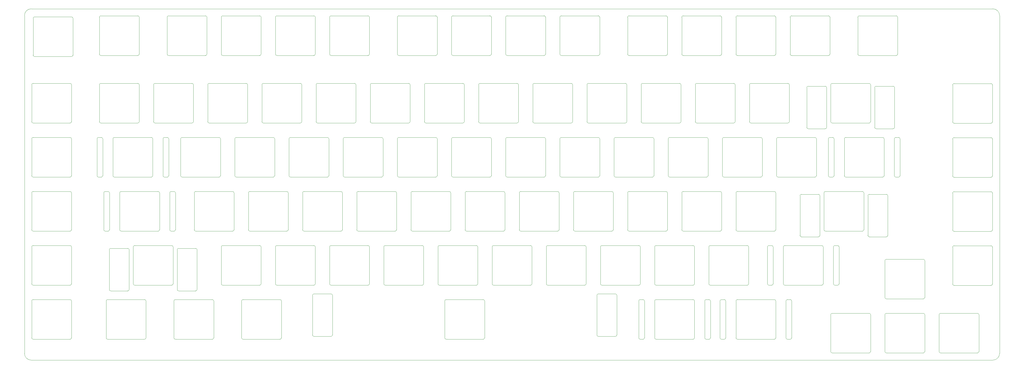
<source format=gbr>
G04 #@! TF.GenerationSoftware,KiCad,Pcbnew,(5.1.4)-1*
G04 #@! TF.CreationDate,2020-12-18T22:52:17+01:00*
G04 #@! TF.ProjectId,CZTKeyRev1Plate,435a544b-6579-4526-9576-31506c617465,rev?*
G04 #@! TF.SameCoordinates,Original*
G04 #@! TF.FileFunction,Profile,NP*
%FSLAX46Y46*%
G04 Gerber Fmt 4.6, Leading zero omitted, Abs format (unit mm)*
G04 Created by KiCad (PCBNEW (5.1.4)-1) date 2020-12-18 22:52:17*
%MOMM*%
%LPD*%
G04 APERTURE LIST*
%ADD10C,0.050000*%
G04 APERTURE END LIST*
D10*
X17462500Y-138906250D02*
G75*
G02X15081250Y-136525000I0J2381250D01*
G01*
X357981250Y-136525000D02*
G75*
G02X355600000Y-138906250I-2381250J0D01*
G01*
X355600000Y-15081250D02*
G75*
G02X357981250Y-17462500I0J-2381250D01*
G01*
X15081250Y-17462500D02*
G75*
G02X17462500Y-15081250I2381250J0D01*
G01*
X341971250Y-98560000D02*
X354971250Y-98560000D01*
X341471250Y-99060000D02*
G75*
G02X341971250Y-98560000I500000J0D01*
G01*
X355471250Y-112060000D02*
G75*
G02X354971250Y-112560000I-500000J0D01*
G01*
X341971250Y-112560000D02*
G75*
G02X341471250Y-112060000I0J500000D01*
G01*
X355471250Y-99060000D02*
X355471250Y-112060000D01*
X354971250Y-98560000D02*
G75*
G02X355471250Y-99060000I0J-500000D01*
G01*
X341971250Y-112560000D02*
X354971250Y-112560000D01*
X341471250Y-99060000D02*
X341471250Y-112060000D01*
X331658750Y-135872500D02*
G75*
G02X331158750Y-136372500I-500000J0D01*
G01*
X312608750Y-122872500D02*
X312608750Y-135872500D01*
X350708750Y-135872500D02*
G75*
G02X350208750Y-136372500I-500000J0D01*
G01*
X317658750Y-122872500D02*
X317658750Y-135872500D01*
X17462500Y-138906250D02*
X355600000Y-138906250D01*
X317658750Y-122872500D02*
G75*
G02X318158750Y-122372500I500000J0D01*
G01*
X15081250Y-17462500D02*
X15081250Y-136525000D01*
X350208750Y-122372500D02*
G75*
G02X350708750Y-122872500I0J-500000D01*
G01*
X312108750Y-122372500D02*
G75*
G02X312608750Y-122872500I0J-500000D01*
G01*
X318158750Y-136372500D02*
G75*
G02X317658750Y-135872500I0J500000D01*
G01*
X318158750Y-122372500D02*
X331158750Y-122372500D01*
X336708750Y-122872500D02*
X336708750Y-135872500D01*
X357981250Y-17462500D02*
X357981250Y-136525000D01*
X336708750Y-122872500D02*
G75*
G02X337208750Y-122372500I500000J0D01*
G01*
X298608750Y-122872500D02*
X298608750Y-135872500D01*
X318158750Y-136372500D02*
X331158750Y-136372500D01*
X350708750Y-122872500D02*
X350708750Y-135872500D01*
X337208750Y-136372500D02*
G75*
G02X336708750Y-135872500I0J500000D01*
G01*
X331658750Y-122872500D02*
X331658750Y-135872500D01*
X312608750Y-135872500D02*
G75*
G02X312108750Y-136372500I-500000J0D01*
G01*
X299108750Y-136372500D02*
G75*
G02X298608750Y-135872500I0J500000D01*
G01*
X17462500Y-15081250D02*
X355600000Y-15081250D01*
X331158750Y-122372500D02*
G75*
G02X331658750Y-122872500I0J-500000D01*
G01*
X337208750Y-136372500D02*
X350208750Y-136372500D01*
X337208750Y-122372500D02*
X350208750Y-122372500D01*
X298608750Y-122872500D02*
G75*
G02X299108750Y-122372500I500000J0D01*
G01*
X216377500Y-116046500D02*
G75*
G02X216877500Y-115546500I500000J0D01*
G01*
X222877500Y-115546500D02*
G75*
G02X223377500Y-116046500I0J-500000D01*
G01*
X283371249Y-131546500D02*
X284371250Y-131546500D01*
X256296250Y-131046500D02*
G75*
G02X255796250Y-131546500I-500000J0D01*
G01*
X122877500Y-115546500D02*
G75*
G02X123377500Y-116046500I0J-500000D01*
G01*
X283371249Y-117546500D02*
X284371250Y-117546500D01*
X231596250Y-131546500D02*
X232596250Y-131546500D01*
X265771250Y-131546500D02*
X278771250Y-131546500D01*
X231096250Y-118046500D02*
G75*
G02X231596250Y-117546500I500000J0D01*
G01*
X231096250Y-118046500D02*
X231096250Y-131046500D01*
X216377500Y-130046500D02*
X216377500Y-116046500D01*
X123377500Y-130046500D02*
G75*
G02X122877500Y-130546500I-500000J0D01*
G01*
X223377500Y-130046500D02*
X223377500Y-116046500D01*
X223377500Y-130046500D02*
G75*
G02X222877500Y-130546500I-500000J0D01*
G01*
X231596250Y-131546500D02*
G75*
G02X231096250Y-131046500I0J500000D01*
G01*
X236696250Y-118046500D02*
X236696250Y-131046500D01*
X237196250Y-131546500D02*
G75*
G02X236696250Y-131046500I0J500000D01*
G01*
X250696250Y-131046500D02*
G75*
G02X250196250Y-131546500I-500000J0D01*
G01*
X237196250Y-131546500D02*
X250196250Y-131546500D01*
X261671250Y-118046500D02*
X261671250Y-131046500D01*
X260171250Y-131546500D02*
X261171250Y-131546500D01*
X265771250Y-131546500D02*
G75*
G02X265271250Y-131046500I0J500000D01*
G01*
X254796250Y-131546500D02*
G75*
G02X254296250Y-131046500I0J500000D01*
G01*
X254796250Y-131546500D02*
X255796250Y-131546500D01*
X250196250Y-117546500D02*
G75*
G02X250696250Y-118046500I0J-500000D01*
G01*
X116877500Y-130546500D02*
G75*
G02X116377500Y-130046500I0J500000D01*
G01*
X265271250Y-118046500D02*
G75*
G02X265771250Y-117546500I500000J0D01*
G01*
X254296250Y-118046500D02*
X254296250Y-131046500D01*
X250696250Y-118046500D02*
X250696250Y-131046500D01*
X222877500Y-115546500D02*
X216877500Y-115546500D01*
X116377500Y-130046500D02*
X116377500Y-116046500D01*
X256296250Y-118046500D02*
X256296250Y-131046500D01*
X237196250Y-117546500D02*
X250196250Y-117546500D01*
X254796250Y-117546500D02*
X255796250Y-117546500D01*
X116377500Y-116046500D02*
G75*
G02X116877500Y-115546500I500000J0D01*
G01*
X282871249Y-118046500D02*
X282871249Y-131046500D01*
X222877500Y-130546500D02*
X216877500Y-130546500D01*
X216877500Y-130546500D02*
G75*
G02X216377500Y-130046500I0J500000D01*
G01*
X255796250Y-117546500D02*
G75*
G02X256296250Y-118046500I0J-500000D01*
G01*
X299108750Y-136372500D02*
X312108750Y-136372500D01*
X283371249Y-131546500D02*
G75*
G02X282871249Y-131046500I0J500000D01*
G01*
X284371250Y-117546500D02*
G75*
G02X284871250Y-118046500I0J-500000D01*
G01*
X279271250Y-118046500D02*
X279271250Y-131046500D01*
X236696250Y-118046500D02*
G75*
G02X237196250Y-117546500I500000J0D01*
G01*
X299108750Y-122372500D02*
X312108750Y-122372500D01*
X259671250Y-118046500D02*
X259671250Y-131046500D01*
X261671250Y-131046500D02*
G75*
G02X261171250Y-131546500I-500000J0D01*
G01*
X260171250Y-131546500D02*
G75*
G02X259671250Y-131046500I0J500000D01*
G01*
X261171250Y-117546500D02*
G75*
G02X261671250Y-118046500I0J-500000D01*
G01*
X284871250Y-131046500D02*
G75*
G02X284371250Y-131546500I-500000J0D01*
G01*
X123377500Y-130046500D02*
X123377500Y-116046500D01*
X233096250Y-131046500D02*
G75*
G02X232596250Y-131546500I-500000J0D01*
G01*
X284871250Y-118046500D02*
X284871250Y-131046500D01*
X278771250Y-117546500D02*
G75*
G02X279271250Y-118046500I0J-500000D01*
G01*
X232596250Y-117546500D02*
G75*
G02X233096250Y-118046500I0J-500000D01*
G01*
X231596250Y-117546500D02*
X232596250Y-117546500D01*
X259671250Y-118046500D02*
G75*
G02X260171250Y-117546500I500000J0D01*
G01*
X265771250Y-117546500D02*
X278771250Y-117546500D01*
X260171250Y-117546500D02*
X261171250Y-117546500D01*
X282871249Y-118046500D02*
G75*
G02X283371249Y-117546500I500000J0D01*
G01*
X279271250Y-131046500D02*
G75*
G02X278771250Y-131546500I-500000J0D01*
G01*
X254296250Y-118046500D02*
G75*
G02X254796250Y-117546500I500000J0D01*
G01*
X265271250Y-118046500D02*
X265271250Y-131046500D01*
X233096250Y-118046500D02*
X233096250Y-131046500D01*
X278339999Y-98996500D02*
X278339999Y-111996500D01*
X122877500Y-115546500D02*
X116877500Y-115546500D01*
X176377500Y-117546500D02*
G75*
G02X176877500Y-118046500I0J-500000D01*
G01*
X18121250Y-131546500D02*
X31121249Y-131546500D01*
X68127500Y-117546500D02*
X81127500Y-117546500D01*
X18121250Y-117546500D02*
X31121249Y-117546500D01*
X318158750Y-117322500D02*
X331158750Y-117322500D01*
X91940000Y-131546500D02*
G75*
G02X91440000Y-131046500I0J500000D01*
G01*
X17621250Y-118046500D02*
G75*
G02X18121250Y-117546500I500000J0D01*
G01*
X331158750Y-103322500D02*
G75*
G02X331658750Y-103822500I0J-500000D01*
G01*
X91940000Y-117546500D02*
X104940000Y-117546500D01*
X57815000Y-118046500D02*
X57815000Y-131046500D01*
X122877500Y-130546500D02*
X116877500Y-130546500D01*
X176877500Y-131046500D02*
G75*
G02X176377500Y-131546500I-500000J0D01*
G01*
X163377500Y-131546500D02*
X176377500Y-131546500D01*
X276339999Y-98996500D02*
X276339999Y-111996500D01*
X163377500Y-131546500D02*
G75*
G02X162877500Y-131046500I0J500000D01*
G01*
X91440000Y-118046500D02*
X91440000Y-131046500D01*
X57315000Y-117546500D02*
G75*
G02X57815000Y-118046500I0J-500000D01*
G01*
X162877500Y-118046500D02*
G75*
G02X163377500Y-117546500I500000J0D01*
G01*
X105440000Y-118046500D02*
X105440000Y-131046500D01*
X278339999Y-111996500D02*
G75*
G02X277839999Y-112496500I-500000J0D01*
G01*
X176877500Y-118046500D02*
X176877500Y-131046500D01*
X277839999Y-98496500D02*
G75*
G02X278339999Y-98996500I0J-500000D01*
G01*
X68127500Y-131546500D02*
G75*
G02X67627500Y-131046500I0J500000D01*
G01*
X18121250Y-131546500D02*
G75*
G02X17621250Y-131046500I0J500000D01*
G01*
X81627500Y-118046500D02*
X81627500Y-131046500D01*
X57815000Y-131046500D02*
G75*
G02X57315000Y-131546500I-500000J0D01*
G01*
X44315000Y-131546500D02*
X57315000Y-131546500D01*
X318158750Y-117322500D02*
G75*
G02X317658750Y-116822500I0J500000D01*
G01*
X163377500Y-117546500D02*
X176377500Y-117546500D01*
X91440000Y-118046500D02*
G75*
G02X91940000Y-117546500I500000J0D01*
G01*
X317658750Y-103822500D02*
G75*
G02X318158750Y-103322500I500000J0D01*
G01*
X81127500Y-117546500D02*
G75*
G02X81627500Y-118046500I0J-500000D01*
G01*
X317658750Y-103822500D02*
X317658750Y-116822500D01*
X43815000Y-118046500D02*
X43815000Y-131046500D01*
X31621249Y-118046500D02*
X31621249Y-131046500D01*
X276339999Y-98996500D02*
G75*
G02X276839999Y-98496500I500000J0D01*
G01*
X105440000Y-131046500D02*
G75*
G02X104940000Y-131546500I-500000J0D01*
G01*
X331658750Y-103822500D02*
X331658750Y-116822500D01*
X81627500Y-131046500D02*
G75*
G02X81127500Y-131546500I-500000J0D01*
G01*
X67627500Y-118046500D02*
G75*
G02X68127500Y-117546500I500000J0D01*
G01*
X43815000Y-118046500D02*
G75*
G02X44315000Y-117546500I500000J0D01*
G01*
X318158750Y-103322500D02*
X331158750Y-103322500D01*
X44315000Y-117546500D02*
X57315000Y-117546500D01*
X31621249Y-131046500D02*
G75*
G02X31121249Y-131546500I-500000J0D01*
G01*
X276839999Y-112496500D02*
G75*
G02X276339999Y-111996500I0J500000D01*
G01*
X91940000Y-131546500D02*
X104940000Y-131546500D01*
X331658750Y-116822500D02*
G75*
G02X331158750Y-117322500I-500000J0D01*
G01*
X44315000Y-131546500D02*
G75*
G02X43815000Y-131046500I0J500000D01*
G01*
X162877500Y-118046500D02*
X162877500Y-131046500D01*
X17621250Y-118046500D02*
X17621250Y-131046500D01*
X104940000Y-117546500D02*
G75*
G02X105440000Y-118046500I0J-500000D01*
G01*
X67627500Y-118046500D02*
X67627500Y-131046500D01*
X68127500Y-131546500D02*
X81127500Y-131546500D01*
X31121249Y-117546500D02*
G75*
G02X31621249Y-118046500I0J-500000D01*
G01*
X300040000Y-98496500D02*
X301040000Y-98496500D01*
X193546250Y-98996500D02*
X193546250Y-111996500D01*
X269746250Y-111996500D02*
G75*
G02X269246250Y-112496500I-500000J0D01*
G01*
X199096250Y-112496500D02*
G75*
G02X198596250Y-111996500I0J500000D01*
G01*
X198596250Y-98996500D02*
X198596250Y-111996500D01*
X237196250Y-112496500D02*
G75*
G02X236696250Y-111996500I0J500000D01*
G01*
X282440000Y-98496500D02*
X295440000Y-98496500D01*
X276839999Y-112496500D02*
X277839999Y-112496500D01*
X276839999Y-98496500D02*
X277839999Y-98496500D01*
X269746250Y-98996500D02*
X269746250Y-111996500D01*
X301040000Y-98496500D02*
G75*
G02X301540000Y-98996500I0J-500000D01*
G01*
X179546250Y-98996500D02*
X179546250Y-111996500D01*
X301540000Y-98996500D02*
X301540000Y-111996500D01*
X193046250Y-98496500D02*
G75*
G02X193546250Y-98996500I0J-500000D01*
G01*
X301540000Y-111996500D02*
G75*
G02X301040000Y-112496500I-500000J0D01*
G01*
X256246250Y-112496500D02*
G75*
G02X255746250Y-111996500I0J500000D01*
G01*
X180046250Y-98496500D02*
X193046250Y-98496500D01*
X173996250Y-98496500D02*
G75*
G02X174496250Y-98996500I0J-500000D01*
G01*
X300040000Y-112496500D02*
G75*
G02X299540000Y-111996500I0J500000D01*
G01*
X250696250Y-98996500D02*
X250696250Y-111996500D01*
X295940000Y-111996500D02*
G75*
G02X295440000Y-112496500I-500000J0D01*
G01*
X199096250Y-98496500D02*
X212096250Y-98496500D01*
X218146250Y-112496500D02*
G75*
G02X217646250Y-111996500I0J500000D01*
G01*
X282440000Y-112496500D02*
G75*
G02X281940000Y-111996500I0J500000D01*
G01*
X212096250Y-98496500D02*
G75*
G02X212596250Y-98996500I0J-500000D01*
G01*
X281940000Y-98996500D02*
X281940000Y-111996500D01*
X281940000Y-98996500D02*
G75*
G02X282440000Y-98496500I500000J0D01*
G01*
X295940000Y-98996500D02*
X295940000Y-111996500D01*
X231646250Y-98996500D02*
X231646250Y-111996500D01*
X179546250Y-98996500D02*
G75*
G02X180046250Y-98496500I500000J0D01*
G01*
X282440000Y-112496500D02*
X295440000Y-112496500D01*
X269246250Y-98496500D02*
G75*
G02X269746250Y-98996500I0J-500000D01*
G01*
X255746250Y-98996500D02*
G75*
G02X256246250Y-98496500I500000J0D01*
G01*
X256246250Y-112496500D02*
X269246250Y-112496500D01*
X250196250Y-98496500D02*
G75*
G02X250696250Y-98996500I0J-500000D01*
G01*
X256246250Y-98496500D02*
X269246250Y-98496500D01*
X237196250Y-112496500D02*
X250196250Y-112496500D01*
X237196250Y-98496500D02*
X250196250Y-98496500D01*
X231646250Y-111996500D02*
G75*
G02X231146250Y-112496500I-500000J0D01*
G01*
X217646250Y-98996500D02*
X217646250Y-111996500D01*
X218146250Y-98496500D02*
X231146250Y-98496500D01*
X160496250Y-98996500D02*
X160496250Y-111996500D01*
X212596250Y-98996500D02*
X212596250Y-111996500D01*
X160996250Y-112496500D02*
G75*
G02X160496250Y-111996500I0J500000D01*
G01*
X174496250Y-98996500D02*
X174496250Y-111996500D01*
X299540000Y-98996500D02*
G75*
G02X300040000Y-98496500I500000J0D01*
G01*
X193546250Y-111996500D02*
G75*
G02X193046250Y-112496500I-500000J0D01*
G01*
X236696250Y-98996500D02*
X236696250Y-111996500D01*
X180046250Y-112496500D02*
X193046250Y-112496500D01*
X250696250Y-111996500D02*
G75*
G02X250196250Y-112496500I-500000J0D01*
G01*
X299540000Y-98996500D02*
X299540000Y-111996500D01*
X300040000Y-112496500D02*
X301040000Y-112496500D01*
X295440000Y-98496500D02*
G75*
G02X295940000Y-98996500I0J-500000D01*
G01*
X255746250Y-98996500D02*
X255746250Y-111996500D01*
X174496250Y-111996500D02*
G75*
G02X173996250Y-112496500I-500000J0D01*
G01*
X231146250Y-98496500D02*
G75*
G02X231646250Y-98996500I0J-500000D01*
G01*
X217646250Y-98996500D02*
G75*
G02X218146250Y-98496500I500000J0D01*
G01*
X198596250Y-98996500D02*
G75*
G02X199096250Y-98496500I500000J0D01*
G01*
X212596250Y-111996500D02*
G75*
G02X212096250Y-112496500I-500000J0D01*
G01*
X199096250Y-112496500D02*
X212096250Y-112496500D01*
X160496250Y-98996500D02*
G75*
G02X160996250Y-98496500I500000J0D01*
G01*
X236696250Y-98996500D02*
G75*
G02X237196250Y-98496500I500000J0D01*
G01*
X218146250Y-112496500D02*
X231146250Y-112496500D01*
X180046250Y-112496500D02*
G75*
G02X179546250Y-111996500I0J500000D01*
G01*
X75778000Y-113996500D02*
G75*
G02X75278000Y-114496500I-500000J0D01*
G01*
X160996250Y-98496500D02*
X173996250Y-98496500D01*
X155446250Y-111996500D02*
G75*
G02X154946250Y-112496500I-500000J0D01*
G01*
X141946250Y-112496500D02*
G75*
G02X141446250Y-111996500I0J500000D01*
G01*
X154946250Y-98496500D02*
G75*
G02X155446250Y-98996500I0J-500000D01*
G01*
X103846250Y-112496500D02*
X116846250Y-112496500D01*
X141446250Y-98996500D02*
G75*
G02X141946250Y-98496500I500000J0D01*
G01*
X141446250Y-98996500D02*
X141446250Y-111996500D01*
X103846250Y-112496500D02*
G75*
G02X103346250Y-111996500I0J500000D01*
G01*
X51901999Y-99996500D02*
X51901999Y-113996500D01*
X155446250Y-98996500D02*
X155446250Y-111996500D01*
X141946250Y-112496500D02*
X154946250Y-112496500D01*
X141946250Y-98496500D02*
X154946250Y-98496500D01*
X136396250Y-111996500D02*
G75*
G02X135896250Y-112496500I-500000J0D01*
G01*
X122896250Y-112496500D02*
G75*
G02X122396250Y-111996500I0J500000D01*
G01*
X122396250Y-98996500D02*
G75*
G02X122896250Y-98496500I500000J0D01*
G01*
X135896250Y-98496500D02*
G75*
G02X136396250Y-98996500I0J-500000D01*
G01*
X84796250Y-112496500D02*
G75*
G02X84296250Y-111996500I0J500000D01*
G01*
X84796250Y-112496500D02*
X97796250Y-112496500D01*
X45402000Y-114496500D02*
X51401999Y-114496500D01*
X66840000Y-98496500D02*
G75*
G02X67340000Y-98996500I0J-500000D01*
G01*
X31121249Y-98496500D02*
G75*
G02X31621249Y-98996500I0J-500000D01*
G01*
X53340000Y-98996500D02*
X53340000Y-111996500D01*
X53840000Y-112496500D02*
X66840000Y-112496500D01*
X136396250Y-98996500D02*
X136396250Y-111996500D01*
X122396250Y-98996500D02*
X122396250Y-111996500D01*
X122896250Y-98496500D02*
X135896250Y-98496500D01*
X103846250Y-98496500D02*
X116846250Y-98496500D01*
X45402000Y-114496500D02*
G75*
G02X44902000Y-113996500I0J500000D01*
G01*
X53340000Y-98996500D02*
G75*
G02X53840000Y-98496500I500000J0D01*
G01*
X17621250Y-98996500D02*
G75*
G02X18121250Y-98496500I500000J0D01*
G01*
X44902000Y-99996500D02*
X44902000Y-113996500D01*
X45402000Y-99496500D02*
X51401999Y-99496500D01*
X75778000Y-99996500D02*
X75778000Y-113996500D01*
X68778000Y-99996500D02*
X68778000Y-113996500D01*
X117346250Y-111996500D02*
G75*
G02X116846250Y-112496500I-500000J0D01*
G01*
X103346250Y-98996500D02*
G75*
G02X103846250Y-98496500I500000J0D01*
G01*
X31621249Y-98996500D02*
X31621249Y-111996500D01*
X117346250Y-98996500D02*
X117346250Y-111996500D01*
X98296250Y-98996500D02*
X98296250Y-111996500D01*
X51401999Y-99496500D02*
G75*
G02X51901999Y-99996500I0J-500000D01*
G01*
X84296250Y-98996500D02*
G75*
G02X84796250Y-98496500I500000J0D01*
G01*
X103346250Y-98996500D02*
X103346250Y-111996500D01*
X97796250Y-98496500D02*
G75*
G02X98296250Y-98996500I0J-500000D01*
G01*
X84296250Y-98996500D02*
X84296250Y-111996500D01*
X17621250Y-98996500D02*
X17621250Y-111996500D01*
X75278000Y-99496500D02*
G75*
G02X75778000Y-99996500I0J-500000D01*
G01*
X69278000Y-114496500D02*
X75278000Y-114496500D01*
X53840000Y-112496500D02*
G75*
G02X53340000Y-111996500I0J500000D01*
G01*
X18121250Y-112496500D02*
G75*
G02X17621250Y-111996500I0J500000D01*
G01*
X53840000Y-98496500D02*
X66840000Y-98496500D01*
X67340000Y-111996500D02*
G75*
G02X66840000Y-112496500I-500000J0D01*
G01*
X122896250Y-112496500D02*
X135896250Y-112496500D01*
X116846250Y-98496500D02*
G75*
G02X117346250Y-98996500I0J-500000D01*
G01*
X98296250Y-111996500D02*
G75*
G02X97796250Y-112496500I-500000J0D01*
G01*
X69278000Y-114496500D02*
G75*
G02X68778000Y-113996500I0J500000D01*
G01*
X84796250Y-98496500D02*
X97796250Y-98496500D01*
X51901999Y-113996500D02*
G75*
G02X51401999Y-114496500I-500000J0D01*
G01*
X67340000Y-98996500D02*
X67340000Y-111996500D01*
X68778000Y-99996500D02*
G75*
G02X69278000Y-99496500I500000J0D01*
G01*
X69278000Y-99496500D02*
X75278000Y-99496500D01*
X31621249Y-111996500D02*
G75*
G02X31121249Y-112496500I-500000J0D01*
G01*
X44902000Y-99996500D02*
G75*
G02X45402000Y-99496500I500000J0D01*
G01*
X160996250Y-112496500D02*
X173996250Y-112496500D01*
X246721250Y-93446500D02*
G75*
G02X246221250Y-92946500I0J500000D01*
G01*
X341971250Y-93510000D02*
X354971250Y-93510000D01*
X294789500Y-94946500D02*
G75*
G02X294289500Y-95446500I-500000J0D01*
G01*
X294789500Y-80946500D02*
X294789500Y-94946500D01*
X288289500Y-95446500D02*
X294289500Y-95446500D01*
X312165500Y-95446500D02*
G75*
G02X311665500Y-94946500I0J500000D01*
G01*
X288289500Y-95446500D02*
G75*
G02X287789500Y-94946500I0J500000D01*
G01*
X265271250Y-79946500D02*
G75*
G02X265771250Y-79446500I500000J0D01*
G01*
X311665500Y-80946500D02*
X311665500Y-94946500D01*
X265271250Y-79946500D02*
X265271250Y-92946500D01*
X318165500Y-80446500D02*
G75*
G02X318665500Y-80946500I0J-500000D01*
G01*
X296227500Y-79946500D02*
X296227500Y-92946500D01*
X312165500Y-95446500D02*
X318165500Y-95446500D01*
X18121250Y-112496500D02*
X31121249Y-112496500D01*
X18121250Y-98496500D02*
X31121249Y-98496500D01*
X355471250Y-93010000D02*
G75*
G02X354971250Y-93510000I-500000J0D01*
G01*
X341971250Y-93510000D02*
G75*
G02X341471250Y-93010000I0J500000D01*
G01*
X354971250Y-79510000D02*
G75*
G02X355471250Y-80010000I0J-500000D01*
G01*
X296727500Y-79446500D02*
X309727500Y-79446500D01*
X265771250Y-79446500D02*
X278771250Y-79446500D01*
X227171250Y-79946500D02*
G75*
G02X227671250Y-79446500I500000J0D01*
G01*
X208121250Y-79946500D02*
G75*
G02X208621250Y-79446500I500000J0D01*
G01*
X227671250Y-93446500D02*
X240671250Y-93446500D01*
X227671250Y-79446500D02*
X240671250Y-79446500D01*
X341471250Y-80010000D02*
G75*
G02X341971250Y-79510000I500000J0D01*
G01*
X355471250Y-80010000D02*
X355471250Y-93010000D01*
X287789500Y-80946500D02*
X287789500Y-94946500D01*
X279271250Y-92946500D02*
G75*
G02X278771250Y-93446500I-500000J0D01*
G01*
X296227500Y-79946500D02*
G75*
G02X296727500Y-79446500I500000J0D01*
G01*
X241171250Y-79946500D02*
X241171250Y-92946500D01*
X222121250Y-79946500D02*
X222121250Y-92946500D01*
X265771250Y-93446500D02*
X278771250Y-93446500D01*
X260221250Y-92946500D02*
G75*
G02X259721250Y-93446500I-500000J0D01*
G01*
X246221250Y-79946500D02*
X246221250Y-92946500D01*
X246721250Y-93446500D02*
X259721250Y-93446500D01*
X294289500Y-80446500D02*
G75*
G02X294789500Y-80946500I0J-500000D01*
G01*
X296727500Y-93446500D02*
X309727500Y-93446500D01*
X208121250Y-79946500D02*
X208121250Y-92946500D01*
X312165500Y-80446500D02*
X318165500Y-80446500D01*
X310227500Y-92946500D02*
G75*
G02X309727500Y-93446500I-500000J0D01*
G01*
X341471250Y-80010000D02*
X341471250Y-93010000D01*
X341971250Y-79510000D02*
X354971250Y-79510000D01*
X287789500Y-80946500D02*
G75*
G02X288289500Y-80446500I500000J0D01*
G01*
X288289500Y-80446500D02*
X294289500Y-80446500D01*
X318665500Y-94946500D02*
G75*
G02X318165500Y-95446500I-500000J0D01*
G01*
X311665500Y-80946500D02*
G75*
G02X312165500Y-80446500I500000J0D01*
G01*
X246221250Y-79946500D02*
G75*
G02X246721250Y-79446500I500000J0D01*
G01*
X246721250Y-79446500D02*
X259721250Y-79446500D01*
X240671250Y-79446500D02*
G75*
G02X241171250Y-79946500I0J-500000D01*
G01*
X221621250Y-79446500D02*
G75*
G02X222121250Y-79946500I0J-500000D01*
G01*
X222121250Y-92946500D02*
G75*
G02X221621250Y-93446500I-500000J0D01*
G01*
X227671250Y-93446500D02*
G75*
G02X227171250Y-92946500I0J500000D01*
G01*
X310227500Y-79946500D02*
X310227500Y-92946500D01*
X318665500Y-80946500D02*
X318665500Y-94946500D01*
X309727500Y-79446500D02*
G75*
G02X310227500Y-79946500I0J-500000D01*
G01*
X259721250Y-79446500D02*
G75*
G02X260221250Y-79946500I0J-500000D01*
G01*
X296727500Y-93446500D02*
G75*
G02X296227500Y-92946500I0J500000D01*
G01*
X265771250Y-93446500D02*
G75*
G02X265271250Y-92946500I0J500000D01*
G01*
X227171250Y-79946500D02*
X227171250Y-92946500D01*
X260221250Y-79946500D02*
X260221250Y-92946500D01*
X241171250Y-92946500D02*
G75*
G02X240671250Y-93446500I-500000J0D01*
G01*
X208621250Y-93446500D02*
G75*
G02X208121250Y-92946500I0J500000D01*
G01*
X279271250Y-79946500D02*
X279271250Y-92946500D01*
X278771250Y-79446500D02*
G75*
G02X279271250Y-79946500I0J-500000D01*
G01*
X67677500Y-79446500D02*
G75*
G02X68177500Y-79946500I0J-500000D01*
G01*
X68177500Y-79946500D02*
X68177500Y-92946500D01*
X62577500Y-79946500D02*
X62577500Y-92946500D01*
X18121250Y-93446500D02*
X31121249Y-93446500D01*
X322971250Y-73896500D02*
G75*
G02X322471250Y-74396500I-500000J0D01*
G01*
X298271250Y-74396500D02*
X299271250Y-74396500D01*
X43477500Y-93446500D02*
X44477500Y-93446500D01*
X18121250Y-93446500D02*
G75*
G02X17621250Y-92946500I0J500000D01*
G01*
X299771250Y-60896500D02*
X299771250Y-73896500D01*
X66677500Y-93446500D02*
G75*
G02X66177500Y-92946500I0J500000D01*
G01*
X66177500Y-79946500D02*
X66177500Y-92946500D01*
X66677500Y-93446500D02*
X67677500Y-93446500D01*
X62577500Y-92946500D02*
G75*
G02X62077500Y-93446500I-500000J0D01*
G01*
X303871250Y-74396500D02*
G75*
G02X303371250Y-73896500I0J500000D01*
G01*
X49077500Y-93446500D02*
G75*
G02X48577500Y-92946500I0J500000D01*
G01*
X48577500Y-79946500D02*
X48577500Y-92946500D01*
X341971250Y-74460000D02*
G75*
G02X341471250Y-73960000I0J500000D01*
G01*
X303371250Y-60896500D02*
X303371250Y-73896500D01*
X62077500Y-79446500D02*
G75*
G02X62577500Y-79946500I0J-500000D01*
G01*
X341971250Y-74460000D02*
X354971250Y-74460000D01*
X321471250Y-74396500D02*
G75*
G02X320971250Y-73896500I0J500000D01*
G01*
X48577500Y-79946500D02*
G75*
G02X49077500Y-79446500I500000J0D01*
G01*
X321471250Y-74396500D02*
X322471250Y-74396500D01*
X49077500Y-93446500D02*
X62077500Y-93446500D01*
X49077500Y-79446500D02*
X62077500Y-79446500D01*
X298271250Y-74396500D02*
G75*
G02X297771250Y-73896500I0J500000D01*
G01*
X320971250Y-60896500D02*
X320971250Y-73896500D01*
X31621249Y-92946500D02*
G75*
G02X31121249Y-93446500I-500000J0D01*
G01*
X18121250Y-79446500D02*
X31121249Y-79446500D01*
X297771250Y-60896500D02*
X297771250Y-73896500D01*
X321471250Y-60396500D02*
X322471250Y-60396500D01*
X322971250Y-60896500D02*
X322971250Y-73896500D01*
X31621249Y-79946500D02*
X31621249Y-92946500D01*
X303371250Y-60896500D02*
G75*
G02X303871250Y-60396500I500000J0D01*
G01*
X322471250Y-60396500D02*
G75*
G02X322971250Y-60896500I0J-500000D01*
G01*
X355471250Y-60960000D02*
X355471250Y-73960000D01*
X299271250Y-60396500D02*
G75*
G02X299771250Y-60896500I0J-500000D01*
G01*
X341471250Y-60960000D02*
G75*
G02X341971250Y-60460000I500000J0D01*
G01*
X43477500Y-79446500D02*
X44477500Y-79446500D01*
X341471250Y-60960000D02*
X341471250Y-73960000D01*
X17621250Y-79946500D02*
G75*
G02X18121250Y-79446500I500000J0D01*
G01*
X66177500Y-79946500D02*
G75*
G02X66677500Y-79446500I500000J0D01*
G01*
X354971250Y-60460000D02*
G75*
G02X355471250Y-60960000I0J-500000D01*
G01*
X316871250Y-60396500D02*
G75*
G02X317371250Y-60896500I0J-500000D01*
G01*
X17621250Y-79946500D02*
X17621250Y-92946500D01*
X66677500Y-79446500D02*
X67677500Y-79446500D01*
X31121249Y-79446500D02*
G75*
G02X31621249Y-79946500I0J-500000D01*
G01*
X303871250Y-74396500D02*
X316871250Y-74396500D01*
X317371250Y-60896500D02*
X317371250Y-73896500D01*
X298271250Y-60396500D02*
X299271250Y-60396500D01*
X355471250Y-73960000D02*
G75*
G02X354971250Y-74460000I-500000J0D01*
G01*
X341971250Y-60460000D02*
X354971250Y-60460000D01*
X299771250Y-73896500D02*
G75*
G02X299271250Y-74396500I-500000J0D01*
G01*
X297771250Y-60896500D02*
G75*
G02X298271250Y-60396500I500000J0D01*
G01*
X320971250Y-60896500D02*
G75*
G02X321471250Y-60396500I500000J0D01*
G01*
X317371250Y-73896500D02*
G75*
G02X316871250Y-74396500I-500000J0D01*
G01*
X68177500Y-92946500D02*
G75*
G02X67677500Y-93446500I-500000J0D01*
G01*
X222908750Y-74396500D02*
G75*
G02X222408750Y-73896500I0J500000D01*
G01*
X235908750Y-60396500D02*
G75*
G02X236408750Y-60896500I0J-500000D01*
G01*
X261008750Y-60396500D02*
X274008750Y-60396500D01*
X261008750Y-74396500D02*
G75*
G02X260508750Y-73896500I0J500000D01*
G01*
X216858750Y-60396500D02*
G75*
G02X217358750Y-60896500I0J-500000D01*
G01*
X274508750Y-73896500D02*
G75*
G02X274008750Y-74396500I-500000J0D01*
G01*
X241958750Y-74396500D02*
G75*
G02X241458750Y-73896500I0J500000D01*
G01*
X241958750Y-74396500D02*
X254958750Y-74396500D01*
X236408750Y-60896500D02*
X236408750Y-73896500D01*
X184308750Y-60896500D02*
G75*
G02X184808750Y-60396500I500000J0D01*
G01*
X222408750Y-60896500D02*
X222408750Y-73896500D01*
X217358750Y-60896500D02*
X217358750Y-73896500D01*
X222908750Y-74396500D02*
X235908750Y-74396500D01*
X178758750Y-60396500D02*
G75*
G02X179258750Y-60896500I0J-500000D01*
G01*
X160208750Y-73896500D02*
G75*
G02X159708750Y-74396500I-500000J0D01*
G01*
X197808750Y-60396500D02*
G75*
G02X198308750Y-60896500I0J-500000D01*
G01*
X254958750Y-60396500D02*
G75*
G02X255458750Y-60896500I0J-500000D01*
G01*
X184808750Y-60396500D02*
X197808750Y-60396500D01*
X241958750Y-60396500D02*
X254958750Y-60396500D01*
X274008750Y-60396500D02*
G75*
G02X274508750Y-60896500I0J-500000D01*
G01*
X165758750Y-74396500D02*
X178758750Y-74396500D01*
X260508750Y-60896500D02*
G75*
G02X261008750Y-60396500I500000J0D01*
G01*
X261008750Y-74396500D02*
X274008750Y-74396500D01*
X165258750Y-60896500D02*
X165258750Y-73896500D01*
X241458750Y-60896500D02*
G75*
G02X241958750Y-60396500I500000J0D01*
G01*
X203358750Y-60896500D02*
G75*
G02X203858750Y-60396500I500000J0D01*
G01*
X241458750Y-60896500D02*
X241458750Y-73896500D01*
X236408750Y-73896500D02*
G75*
G02X235908750Y-74396500I-500000J0D01*
G01*
X159708750Y-60396500D02*
G75*
G02X160208750Y-60896500I0J-500000D01*
G01*
X222908750Y-60396500D02*
X235908750Y-60396500D01*
X203358750Y-60896500D02*
X203358750Y-73896500D01*
X198308750Y-60896500D02*
X198308750Y-73896500D01*
X146208750Y-60896500D02*
X146208750Y-73896500D01*
X203858750Y-74396500D02*
G75*
G02X203358750Y-73896500I0J500000D01*
G01*
X179258750Y-60896500D02*
X179258750Y-73896500D01*
X179258750Y-73896500D02*
G75*
G02X178758750Y-74396500I-500000J0D01*
G01*
X217358750Y-73896500D02*
G75*
G02X216858750Y-74396500I-500000J0D01*
G01*
X222408750Y-60896500D02*
G75*
G02X222908750Y-60396500I500000J0D01*
G01*
X255458750Y-73896500D02*
G75*
G02X254958750Y-74396500I-500000J0D01*
G01*
X146208750Y-60896500D02*
G75*
G02X146708750Y-60396500I500000J0D01*
G01*
X198308750Y-73896500D02*
G75*
G02X197808750Y-74396500I-500000J0D01*
G01*
X303871250Y-60396500D02*
X316871250Y-60396500D01*
X280058749Y-74396500D02*
X293058750Y-74396500D01*
X255458750Y-60896500D02*
X255458750Y-73896500D01*
X184808750Y-74396500D02*
G75*
G02X184308750Y-73896500I0J500000D01*
G01*
X274508750Y-60896500D02*
X274508750Y-73896500D01*
X260508750Y-60896500D02*
X260508750Y-73896500D01*
X184308750Y-60896500D02*
X184308750Y-73896500D01*
X160208750Y-60896500D02*
X160208750Y-73896500D01*
X146708750Y-74396500D02*
G75*
G02X146208750Y-73896500I0J500000D01*
G01*
X203858750Y-74396500D02*
X216858750Y-74396500D01*
X293558750Y-73896500D02*
G75*
G02X293058750Y-74396500I-500000J0D01*
G01*
X280058749Y-74396500D02*
G75*
G02X279558749Y-73896500I0J500000D01*
G01*
X165758750Y-74396500D02*
G75*
G02X165258750Y-73896500I0J500000D01*
G01*
X203858750Y-60396500D02*
X216858750Y-60396500D01*
X293058750Y-60396500D02*
G75*
G02X293558750Y-60896500I0J-500000D01*
G01*
X165758750Y-60396500D02*
X178758750Y-60396500D01*
X279558749Y-60896500D02*
G75*
G02X280058749Y-60396500I500000J0D01*
G01*
X293558750Y-60896500D02*
X293558750Y-73896500D01*
X165258750Y-60896500D02*
G75*
G02X165758750Y-60396500I500000J0D01*
G01*
X146708750Y-74396500D02*
X159708750Y-74396500D01*
X279558749Y-60896500D02*
X279558749Y-73896500D01*
X184808750Y-74396500D02*
X197808750Y-74396500D01*
X280058749Y-60396500D02*
X293058750Y-60396500D01*
X43477500Y-93446500D02*
G75*
G02X42977500Y-92946500I0J500000D01*
G01*
X208621250Y-93446500D02*
X221621250Y-93446500D01*
X208621250Y-79446500D02*
X221621250Y-79446500D01*
X112871250Y-79946500D02*
G75*
G02X113371250Y-79446500I500000J0D01*
G01*
X164971250Y-79946500D02*
X164971250Y-92946500D01*
X126871250Y-79946500D02*
X126871250Y-92946500D01*
X93821250Y-79946500D02*
G75*
G02X94321250Y-79446500I500000J0D01*
G01*
X189571250Y-93446500D02*
X202571250Y-93446500D01*
X126871250Y-92946500D02*
G75*
G02X126371250Y-93446500I-500000J0D01*
G01*
X113371250Y-79446500D02*
X126371250Y-79446500D01*
X88271250Y-79446500D02*
G75*
G02X88771250Y-79946500I0J-500000D01*
G01*
X74771250Y-79946500D02*
G75*
G02X75271250Y-79446500I500000J0D01*
G01*
X184021250Y-79946500D02*
X184021250Y-92946500D01*
X132421250Y-93446500D02*
G75*
G02X131921250Y-92946500I0J500000D01*
G01*
X94321250Y-79446500D02*
X107321250Y-79446500D01*
X42977500Y-79946500D02*
X42977500Y-92946500D01*
X203071250Y-92946500D02*
G75*
G02X202571250Y-93446500I-500000J0D01*
G01*
X189071250Y-79946500D02*
G75*
G02X189571250Y-79446500I500000J0D01*
G01*
X44477500Y-79446500D02*
G75*
G02X44977500Y-79946500I0J-500000D01*
G01*
X189571250Y-93446500D02*
G75*
G02X189071250Y-92946500I0J500000D01*
G01*
X183521250Y-79446500D02*
G75*
G02X184021250Y-79946500I0J-500000D01*
G01*
X151471250Y-79446500D02*
X164471250Y-79446500D01*
X202571250Y-79446500D02*
G75*
G02X203071250Y-79946500I0J-500000D01*
G01*
X170521250Y-93446500D02*
G75*
G02X170021250Y-92946500I0J500000D01*
G01*
X74771250Y-79946500D02*
X74771250Y-92946500D01*
X203071250Y-79946500D02*
X203071250Y-92946500D01*
X75271250Y-79446500D02*
X88271250Y-79446500D01*
X170521250Y-93446500D02*
X183521250Y-93446500D01*
X132421250Y-93446500D02*
X145421249Y-93446500D01*
X151471250Y-93446500D02*
G75*
G02X150971250Y-92946500I0J500000D01*
G01*
X150971250Y-79946500D02*
X150971250Y-92946500D01*
X131921250Y-79946500D02*
G75*
G02X132421250Y-79446500I500000J0D01*
G01*
X113371250Y-93446500D02*
X126371250Y-93446500D01*
X189071250Y-79946500D02*
X189071250Y-92946500D01*
X184021250Y-92946500D02*
G75*
G02X183521250Y-93446500I-500000J0D01*
G01*
X107821250Y-92946500D02*
G75*
G02X107321250Y-93446500I-500000J0D01*
G01*
X170521250Y-79446500D02*
X183521250Y-79446500D01*
X107321250Y-79446500D02*
G75*
G02X107821250Y-79946500I0J-500000D01*
G01*
X75271250Y-93446500D02*
G75*
G02X74771250Y-92946500I0J500000D01*
G01*
X145421249Y-79446500D02*
G75*
G02X145921249Y-79946500I0J-500000D01*
G01*
X113371250Y-93446500D02*
G75*
G02X112871250Y-92946500I0J500000D01*
G01*
X94321250Y-93446500D02*
X107321250Y-93446500D01*
X44977500Y-92946500D02*
G75*
G02X44477500Y-93446500I-500000J0D01*
G01*
X93821250Y-79946500D02*
X93821250Y-92946500D01*
X170021250Y-79946500D02*
X170021250Y-92946500D01*
X94321250Y-93446500D02*
G75*
G02X93821250Y-92946500I0J500000D01*
G01*
X164971250Y-92946500D02*
G75*
G02X164471250Y-93446500I-500000J0D01*
G01*
X145921249Y-92946500D02*
G75*
G02X145421249Y-93446500I-500000J0D01*
G01*
X145921249Y-79946500D02*
X145921249Y-92946500D01*
X107821250Y-79946500D02*
X107821250Y-92946500D01*
X131921250Y-79946500D02*
X131921250Y-92946500D01*
X44977500Y-79946500D02*
X44977500Y-92946500D01*
X88771250Y-92946500D02*
G75*
G02X88271250Y-93446500I-500000J0D01*
G01*
X75271250Y-93446500D02*
X88271250Y-93446500D01*
X170021250Y-79946500D02*
G75*
G02X170521250Y-79446500I500000J0D01*
G01*
X112871250Y-79946500D02*
X112871250Y-92946500D01*
X151471250Y-93446500D02*
X164471250Y-93446500D01*
X42977500Y-79946500D02*
G75*
G02X43477500Y-79446500I500000J0D01*
G01*
X126371250Y-79446500D02*
G75*
G02X126871250Y-79946500I0J-500000D01*
G01*
X189571250Y-79446500D02*
X202571250Y-79446500D01*
X164471250Y-79446500D02*
G75*
G02X164971250Y-79946500I0J-500000D01*
G01*
X150971250Y-79946500D02*
G75*
G02X151471250Y-79446500I500000J0D01*
G01*
X132421250Y-79446500D02*
X145421249Y-79446500D01*
X88771250Y-79946500D02*
X88771250Y-92946500D01*
X284821250Y-31533999D02*
G75*
G02X284321250Y-31033999I0J500000D01*
G01*
X241171250Y-31033999D02*
G75*
G02X240671250Y-31533999I-500000J0D01*
G01*
X265271250Y-18034000D02*
X265271250Y-31033999D01*
X246721250Y-31533999D02*
G75*
G02X246221250Y-31033999I0J500000D01*
G01*
X321633750Y-17534000D02*
G75*
G02X322133750Y-18034000I0J-500000D01*
G01*
X284821250Y-17534000D02*
X297821250Y-17534000D01*
X18121250Y-55346500D02*
X31121249Y-55346500D01*
X265771250Y-31533999D02*
G75*
G02X265271250Y-31033999I0J500000D01*
G01*
X74483750Y-54846500D02*
G75*
G02X73983750Y-55346500I-500000J0D01*
G01*
X60983750Y-55346500D02*
G75*
G02X60483750Y-54846500I0J500000D01*
G01*
X73983750Y-41346500D02*
G75*
G02X74483750Y-41846500I0J-500000D01*
G01*
X41933750Y-55346500D02*
G75*
G02X41433750Y-54846500I0J500000D01*
G01*
X246721250Y-31533999D02*
X259721250Y-31533999D01*
X284321250Y-18034000D02*
G75*
G02X284821250Y-17534000I500000J0D01*
G01*
X60483750Y-41846500D02*
G75*
G02X60983750Y-41346500I500000J0D01*
G01*
X74483750Y-41846500D02*
X74483750Y-54846500D01*
X41933750Y-55346500D02*
X54933750Y-55346500D01*
X298321250Y-18034000D02*
X298321250Y-31033999D01*
X246221250Y-18034000D02*
G75*
G02X246721250Y-17534000I500000J0D01*
G01*
X18121250Y-55346500D02*
G75*
G02X17621250Y-54846500I0J500000D01*
G01*
X308633750Y-17534000D02*
X321633750Y-17534000D01*
X265771250Y-31533999D02*
X278771250Y-31533999D01*
X60483750Y-41846500D02*
X60483750Y-54846500D01*
X60983750Y-55346500D02*
X73983750Y-55346500D01*
X41433750Y-41846500D02*
G75*
G02X41933750Y-41346500I500000J0D01*
G01*
X297821250Y-17534000D02*
G75*
G02X298321250Y-18034000I0J-500000D01*
G01*
X246721250Y-17534000D02*
X259721250Y-17534000D01*
X308133750Y-18034000D02*
G75*
G02X308633750Y-17534000I500000J0D01*
G01*
X322133750Y-18034000D02*
X322133750Y-31033999D01*
X278771250Y-17534000D02*
G75*
G02X279271250Y-18034000I0J-500000D01*
G01*
X60983750Y-41346500D02*
X73983750Y-41346500D01*
X55433750Y-54846500D02*
G75*
G02X54933750Y-55346500I-500000J0D01*
G01*
X54933750Y-41346500D02*
G75*
G02X55433750Y-41846500I0J-500000D01*
G01*
X31621249Y-41846500D02*
X31621249Y-54846500D01*
X17621250Y-41846500D02*
G75*
G02X18121250Y-41346500I500000J0D01*
G01*
X41933750Y-41346500D02*
X54933750Y-41346500D01*
X322133750Y-31033999D02*
G75*
G02X321633750Y-31533999I-500000J0D01*
G01*
X298321250Y-31033999D02*
G75*
G02X297821250Y-31533999I-500000J0D01*
G01*
X265271250Y-18034000D02*
G75*
G02X265771250Y-17534000I500000J0D01*
G01*
X260221250Y-31033999D02*
G75*
G02X259721250Y-31533999I-500000J0D01*
G01*
X260221250Y-18034000D02*
X260221250Y-31033999D01*
X308633750Y-31533999D02*
X321633750Y-31533999D01*
X55433750Y-41846500D02*
X55433750Y-54846500D01*
X41433750Y-41846500D02*
X41433750Y-54846500D01*
X31621249Y-54846500D02*
G75*
G02X31121249Y-55346500I-500000J0D01*
G01*
X308133750Y-18034000D02*
X308133750Y-31033999D01*
X31121249Y-41346500D02*
G75*
G02X31621249Y-41846500I0J-500000D01*
G01*
X18121250Y-41346500D02*
X31121249Y-41346500D01*
X17621250Y-41846500D02*
X17621250Y-54846500D01*
X308633750Y-31533999D02*
G75*
G02X308133750Y-31033999I0J500000D01*
G01*
X265771250Y-17534000D02*
X278771250Y-17534000D01*
X279271250Y-18034000D02*
X279271250Y-31033999D01*
X259721250Y-17534000D02*
G75*
G02X260221250Y-18034000I0J-500000D01*
G01*
X284321250Y-18034000D02*
X284321250Y-31033999D01*
X284821250Y-31533999D02*
X297821250Y-31533999D01*
X279271250Y-31033999D02*
G75*
G02X278771250Y-31533999I-500000J0D01*
G01*
X246221250Y-18034000D02*
X246221250Y-31033999D01*
X117346250Y-18034000D02*
X117346250Y-31033999D01*
X217358750Y-18034000D02*
X217358750Y-31033999D01*
X203858750Y-17534000D02*
X216858750Y-17534000D01*
X184808750Y-31533999D02*
G75*
G02X184308750Y-31033999I0J500000D01*
G01*
X184308750Y-18034000D02*
G75*
G02X184808750Y-17534000I500000J0D01*
G01*
X159708750Y-17534000D02*
G75*
G02X160208750Y-18034000I0J-500000D01*
G01*
X179258750Y-31033999D02*
G75*
G02X178758750Y-31533999I-500000J0D01*
G01*
X165258750Y-18034000D02*
X165258750Y-31033999D01*
X117346250Y-31033999D02*
G75*
G02X116846250Y-31533999I-500000J0D01*
G01*
X84796250Y-31533999D02*
X97796250Y-31533999D01*
X198308750Y-31033999D02*
G75*
G02X197808750Y-31533999I-500000J0D01*
G01*
X227671250Y-31533999D02*
G75*
G02X227171250Y-31033999I0J500000D01*
G01*
X240671250Y-17534000D02*
G75*
G02X241171250Y-18034000I0J-500000D01*
G01*
X227171250Y-18034000D02*
G75*
G02X227671250Y-17534000I500000J0D01*
G01*
X227171250Y-18034000D02*
X227171250Y-31033999D01*
X84296250Y-18034000D02*
X84296250Y-31033999D01*
X227671250Y-31533999D02*
X240671250Y-31533999D01*
X217358750Y-31033999D02*
G75*
G02X216858750Y-31533999I-500000J0D01*
G01*
X198308750Y-18034000D02*
X198308750Y-31033999D01*
X146208750Y-18034000D02*
X146208750Y-31033999D01*
X203858750Y-31533999D02*
G75*
G02X203358750Y-31033999I0J500000D01*
G01*
X203358750Y-18034000D02*
G75*
G02X203858750Y-17534000I500000J0D01*
G01*
X135896250Y-17534000D02*
G75*
G02X136396250Y-18034000I0J-500000D01*
G01*
X116846250Y-17534000D02*
G75*
G02X117346250Y-18034000I0J-500000D01*
G01*
X203358750Y-18034000D02*
X203358750Y-31033999D01*
X203858750Y-31533999D02*
X216858750Y-31533999D01*
X197808750Y-17534000D02*
G75*
G02X198308750Y-18034000I0J-500000D01*
G01*
X165258750Y-18034000D02*
G75*
G02X165758750Y-17534000I500000J0D01*
G01*
X146208750Y-18034000D02*
G75*
G02X146708750Y-17534000I500000J0D01*
G01*
X122396250Y-18034000D02*
X122396250Y-31033999D01*
X103846250Y-31533999D02*
G75*
G02X103346250Y-31033999I0J500000D01*
G01*
X84796250Y-17534000D02*
X97796250Y-17534000D01*
X103346250Y-18034000D02*
G75*
G02X103846250Y-17534000I500000J0D01*
G01*
X98296250Y-31033999D02*
G75*
G02X97796250Y-31533999I-500000J0D01*
G01*
X84796250Y-31533999D02*
G75*
G02X84296250Y-31033999I0J500000D01*
G01*
X184808750Y-17534000D02*
X197808750Y-17534000D01*
X179258750Y-18034000D02*
X179258750Y-31033999D01*
X178758750Y-17534000D02*
G75*
G02X179258750Y-18034000I0J-500000D01*
G01*
X160208750Y-31033999D02*
G75*
G02X159708750Y-31533999I-500000J0D01*
G01*
X136396250Y-31033999D02*
G75*
G02X135896250Y-31533999I-500000J0D01*
G01*
X122896250Y-31533999D02*
X135896250Y-31533999D01*
X146708750Y-17534000D02*
X159708750Y-17534000D01*
X184308750Y-18034000D02*
X184308750Y-31033999D01*
X165758750Y-17534000D02*
X178758750Y-17534000D01*
X122896250Y-31533999D02*
G75*
G02X122396250Y-31033999I0J500000D01*
G01*
X146708750Y-31533999D02*
X159708750Y-31533999D01*
X103846250Y-31533999D02*
X116846250Y-31533999D01*
X97796250Y-17534000D02*
G75*
G02X98296250Y-18034000I0J-500000D01*
G01*
X79246250Y-31033999D02*
G75*
G02X78746250Y-31533999I-500000J0D01*
G01*
X146708750Y-31533999D02*
G75*
G02X146208750Y-31033999I0J500000D01*
G01*
X184808750Y-31533999D02*
X197808750Y-31533999D01*
X98296250Y-18034000D02*
X98296250Y-31033999D01*
X241171250Y-18034000D02*
X241171250Y-31033999D01*
X227671250Y-17534000D02*
X240671250Y-17534000D01*
X216858750Y-17534000D02*
G75*
G02X217358750Y-18034000I0J-500000D01*
G01*
X103346250Y-18034000D02*
X103346250Y-31033999D01*
X165758750Y-31533999D02*
X178758750Y-31533999D01*
X122396250Y-18034000D02*
G75*
G02X122896250Y-17534000I500000J0D01*
G01*
X136396250Y-18034000D02*
X136396250Y-31033999D01*
X103846250Y-17534000D02*
X116846250Y-17534000D01*
X84296250Y-18034000D02*
G75*
G02X84796250Y-17534000I500000J0D01*
G01*
X160208750Y-18034000D02*
X160208750Y-31033999D01*
X122896250Y-17534000D02*
X135896250Y-17534000D01*
X165758750Y-31533999D02*
G75*
G02X165258750Y-31033999I0J500000D01*
G01*
X65246250Y-18034000D02*
G75*
G02X65746250Y-17534000I500000J0D01*
G01*
X65246250Y-18034000D02*
X65246250Y-31033999D01*
X41433750Y-18034000D02*
G75*
G02X41933750Y-17534000I500000J0D01*
G01*
X18129250Y-18415000D02*
G75*
G02X18629250Y-17915000I500000J0D01*
G01*
X32129249Y-31414999D02*
G75*
G02X31629249Y-31914999I-500000J0D01*
G01*
X65746250Y-17534000D02*
X78746250Y-17534000D01*
X55433750Y-31033999D02*
G75*
G02X54933750Y-31533999I-500000J0D01*
G01*
X41933750Y-31533999D02*
G75*
G02X41433750Y-31033999I0J500000D01*
G01*
X41933750Y-17534000D02*
X54933750Y-17534000D01*
X18629250Y-31914999D02*
X31629249Y-31914999D01*
X41433750Y-18034000D02*
X41433750Y-31033999D01*
X32129249Y-18415000D02*
X32129249Y-31414999D01*
X41933750Y-31533999D02*
X54933750Y-31533999D01*
X31629249Y-17915000D02*
G75*
G02X32129249Y-18415000I0J-500000D01*
G01*
X18629250Y-31914999D02*
G75*
G02X18129250Y-31414999I0J500000D01*
G01*
X79246250Y-18034000D02*
X79246250Y-31033999D01*
X54933750Y-17534000D02*
G75*
G02X55433750Y-18034000I0J-500000D01*
G01*
X55433750Y-18034000D02*
X55433750Y-31033999D01*
X18629250Y-17915000D02*
X31629249Y-17915000D01*
X18129250Y-18415000D02*
X18129250Y-31414999D01*
X65746250Y-31533999D02*
G75*
G02X65246250Y-31033999I0J500000D01*
G01*
X65746250Y-31533999D02*
X78746250Y-31533999D01*
X78746250Y-17534000D02*
G75*
G02X79246250Y-18034000I0J-500000D01*
G01*
X299108750Y-55346500D02*
G75*
G02X298608750Y-54846500I0J500000D01*
G01*
X298608750Y-41846500D02*
X298608750Y-54846500D01*
X270033750Y-41846500D02*
X270033750Y-54846500D01*
X232433750Y-55346500D02*
G75*
G02X231933750Y-54846500I0J500000D01*
G01*
X231933750Y-41846500D02*
X231933750Y-54846500D01*
X299108750Y-55346500D02*
X312108750Y-55346500D01*
X250983750Y-41846500D02*
G75*
G02X251483750Y-41346500I500000J0D01*
G01*
X312108750Y-41346500D02*
G75*
G02X312608750Y-41846500I0J-500000D01*
G01*
X250983750Y-41846500D02*
X250983750Y-54846500D01*
X18121250Y-60396500D02*
X31121249Y-60396500D01*
X355471250Y-54910000D02*
G75*
G02X354971250Y-55410000I-500000J0D01*
G01*
X341971250Y-55410000D02*
G75*
G02X341471250Y-54910000I0J500000D01*
G01*
X354971250Y-41410000D02*
G75*
G02X355471250Y-41910000I0J-500000D01*
G01*
X341471250Y-41910000D02*
G75*
G02X341971250Y-41410000I500000J0D01*
G01*
X270533750Y-41346500D02*
X283533750Y-41346500D01*
X355471250Y-41910000D02*
X355471250Y-54910000D01*
X341471250Y-41910000D02*
X341471250Y-54910000D01*
X290170750Y-42846500D02*
X290170750Y-56846500D01*
X264983750Y-54846500D02*
G75*
G02X264483750Y-55346500I-500000J0D01*
G01*
X232433750Y-41346500D02*
X245433750Y-41346500D01*
X320546750Y-42346500D02*
G75*
G02X321046750Y-42846500I0J-500000D01*
G01*
X270033750Y-41846500D02*
G75*
G02X270533750Y-41346500I500000J0D01*
G01*
X245433750Y-41346500D02*
G75*
G02X245933750Y-41846500I0J-500000D01*
G01*
X314046750Y-42846500D02*
X314046750Y-56846500D01*
X341971250Y-55410000D02*
X354971250Y-55410000D01*
X341971250Y-41410000D02*
X354971250Y-41410000D01*
X297170750Y-56846500D02*
G75*
G02X296670750Y-57346500I-500000J0D01*
G01*
X270533750Y-55346500D02*
X283533750Y-55346500D01*
X299108750Y-41346500D02*
X312108750Y-41346500D01*
X284033750Y-54846500D02*
G75*
G02X283533750Y-55346500I-500000J0D01*
G01*
X251483750Y-55346500D02*
X264483750Y-55346500D01*
X290670750Y-57346500D02*
G75*
G02X290170750Y-56846500I0J500000D01*
G01*
X296670750Y-42346500D02*
G75*
G02X297170750Y-42846500I0J-500000D01*
G01*
X290170750Y-42846500D02*
G75*
G02X290670750Y-42346500I500000J0D01*
G01*
X290670750Y-42346500D02*
X296670750Y-42346500D01*
X314046750Y-42846500D02*
G75*
G02X314546750Y-42346500I500000J0D01*
G01*
X314546750Y-42346500D02*
X320546750Y-42346500D01*
X312608750Y-54846500D02*
G75*
G02X312108750Y-55346500I-500000J0D01*
G01*
X284033750Y-41846500D02*
X284033750Y-54846500D01*
X251483750Y-41346500D02*
X264483750Y-41346500D01*
X245933750Y-41846500D02*
X245933750Y-54846500D01*
X297170750Y-42846500D02*
X297170750Y-56846500D01*
X283533750Y-41346500D02*
G75*
G02X284033750Y-41846500I0J-500000D01*
G01*
X312608750Y-41846500D02*
X312608750Y-54846500D01*
X290670750Y-57346500D02*
X296670750Y-57346500D01*
X321046750Y-56846500D02*
G75*
G02X320546750Y-57346500I-500000J0D01*
G01*
X270533750Y-55346500D02*
G75*
G02X270033750Y-54846500I0J500000D01*
G01*
X314546750Y-57346500D02*
G75*
G02X314046750Y-56846500I0J500000D01*
G01*
X321046750Y-42846500D02*
X321046750Y-56846500D01*
X298608750Y-41846500D02*
G75*
G02X299108750Y-41346500I500000J0D01*
G01*
X314546750Y-57346500D02*
X320546750Y-57346500D01*
X231933750Y-41846500D02*
G75*
G02X232433750Y-41346500I500000J0D01*
G01*
X245933750Y-54846500D02*
G75*
G02X245433750Y-55346500I-500000J0D01*
G01*
X232433750Y-55346500D02*
X245433750Y-55346500D01*
X251483750Y-55346500D02*
G75*
G02X250983750Y-54846500I0J500000D01*
G01*
X264483750Y-41346500D02*
G75*
G02X264983750Y-41846500I0J-500000D01*
G01*
X264983750Y-41846500D02*
X264983750Y-54846500D01*
X188783750Y-54846500D02*
G75*
G02X188283750Y-55346500I-500000J0D01*
G01*
X174783750Y-41846500D02*
G75*
G02X175283750Y-41346500I500000J0D01*
G01*
X112083750Y-41346500D02*
G75*
G02X112583750Y-41846500I0J-500000D01*
G01*
X131633750Y-41846500D02*
X131633750Y-54846500D01*
X93033750Y-41346500D02*
G75*
G02X93533750Y-41846500I0J-500000D01*
G01*
X174783750Y-41846500D02*
X174783750Y-54846500D01*
X131633750Y-54846500D02*
G75*
G02X131133750Y-55346500I-500000J0D01*
G01*
X117633750Y-41846500D02*
G75*
G02X118133750Y-41346500I500000J0D01*
G01*
X131133750Y-41346500D02*
G75*
G02X131633750Y-41846500I0J-500000D01*
G01*
X188783750Y-41846500D02*
X188783750Y-54846500D01*
X98583750Y-41846500D02*
X98583750Y-54846500D01*
X93533750Y-41846500D02*
X93533750Y-54846500D01*
X99083750Y-55346500D02*
X112083750Y-55346500D01*
X213383750Y-41346500D02*
X226383750Y-41346500D01*
X169733750Y-41846500D02*
X169733750Y-54846500D01*
X156233750Y-55346500D02*
G75*
G02X155733750Y-54846500I0J500000D01*
G01*
X207333750Y-41346500D02*
G75*
G02X207833750Y-41846500I0J-500000D01*
G01*
X169733750Y-54846500D02*
G75*
G02X169233750Y-55346500I-500000J0D01*
G01*
X112583750Y-41846500D02*
X112583750Y-54846500D01*
X150683750Y-54846500D02*
G75*
G02X150183750Y-55346500I-500000J0D01*
G01*
X212883750Y-41846500D02*
G75*
G02X213383750Y-41346500I500000J0D01*
G01*
X175283750Y-55346500D02*
G75*
G02X174783750Y-54846500I0J500000D01*
G01*
X188283750Y-41346500D02*
G75*
G02X188783750Y-41846500I0J-500000D01*
G01*
X118133750Y-55346500D02*
X131133750Y-55346500D01*
X137183750Y-55346500D02*
X150183750Y-55346500D01*
X79533750Y-41846500D02*
G75*
G02X80033750Y-41346500I500000J0D01*
G01*
X117633750Y-41846500D02*
X117633750Y-54846500D01*
X137183750Y-41346500D02*
X150183750Y-41346500D01*
X175283750Y-55346500D02*
X188283750Y-55346500D01*
X99083750Y-41346500D02*
X112083750Y-41346500D01*
X79533750Y-41846500D02*
X79533750Y-54846500D01*
X150683750Y-41846500D02*
X150683750Y-54846500D01*
X175283750Y-41346500D02*
X188283750Y-41346500D01*
X169233750Y-41346500D02*
G75*
G02X169733750Y-41846500I0J-500000D01*
G01*
X80033750Y-55346500D02*
G75*
G02X79533750Y-54846500I0J500000D01*
G01*
X156233750Y-55346500D02*
X169233750Y-55346500D01*
X93533750Y-54846500D02*
G75*
G02X93033750Y-55346500I-500000J0D01*
G01*
X136683750Y-41846500D02*
G75*
G02X137183750Y-41346500I500000J0D01*
G01*
X213383750Y-55346500D02*
X226383750Y-55346500D01*
X99083750Y-55346500D02*
G75*
G02X98583750Y-54846500I0J500000D01*
G01*
X98583750Y-41846500D02*
G75*
G02X99083750Y-41346500I500000J0D01*
G01*
X193833750Y-41846500D02*
X193833750Y-54846500D01*
X118133750Y-55346500D02*
G75*
G02X117633750Y-54846500I0J500000D01*
G01*
X194333750Y-55346500D02*
G75*
G02X193833750Y-54846500I0J500000D01*
G01*
X207833750Y-41846500D02*
X207833750Y-54846500D01*
X194333750Y-41346500D02*
X207333750Y-41346500D01*
X150183750Y-41346500D02*
G75*
G02X150683750Y-41846500I0J-500000D01*
G01*
X112583750Y-54846500D02*
G75*
G02X112083750Y-55346500I-500000J0D01*
G01*
X155733750Y-41846500D02*
X155733750Y-54846500D01*
X118133750Y-41346500D02*
X131133750Y-41346500D01*
X80033750Y-55346500D02*
X93033750Y-55346500D01*
X207833750Y-54846500D02*
G75*
G02X207333750Y-55346500I-500000J0D01*
G01*
X156233750Y-41346500D02*
X169233750Y-41346500D01*
X137183750Y-55346500D02*
G75*
G02X136683750Y-54846500I0J500000D01*
G01*
X80033750Y-41346500D02*
X93033750Y-41346500D01*
X226883750Y-54846500D02*
G75*
G02X226383750Y-55346500I-500000J0D01*
G01*
X136683750Y-41846500D02*
X136683750Y-54846500D01*
X213383750Y-55346500D02*
G75*
G02X212883750Y-54846500I0J500000D01*
G01*
X226383750Y-41346500D02*
G75*
G02X226883750Y-41846500I0J-500000D01*
G01*
X226883750Y-41846500D02*
X226883750Y-54846500D01*
X193833750Y-41846500D02*
G75*
G02X194333750Y-41346500I500000J0D01*
G01*
X212883750Y-41846500D02*
X212883750Y-54846500D01*
X155733750Y-41846500D02*
G75*
G02X156233750Y-41346500I500000J0D01*
G01*
X194333750Y-55346500D02*
X207333750Y-55346500D01*
X60196250Y-73896500D02*
G75*
G02X59696250Y-74396500I-500000J0D01*
G01*
X42596250Y-73896500D02*
G75*
G02X42096250Y-74396500I-500000J0D01*
G01*
X89058750Y-60896500D02*
X89058750Y-73896500D01*
X70508750Y-74396500D02*
G75*
G02X70008750Y-73896500I0J500000D01*
G01*
X65296250Y-60396500D02*
G75*
G02X65796250Y-60896500I0J-500000D01*
G01*
X65796250Y-60896500D02*
X65796250Y-73896500D01*
X146708750Y-60396500D02*
X159708750Y-60396500D01*
X108608750Y-60396500D02*
X121608750Y-60396500D01*
X127658750Y-74396500D02*
G75*
G02X127158750Y-73896500I0J500000D01*
G01*
X89558750Y-74396500D02*
G75*
G02X89058750Y-73896500I0J500000D01*
G01*
X108608750Y-74396500D02*
G75*
G02X108108750Y-73896500I0J500000D01*
G01*
X41096250Y-74396500D02*
G75*
G02X40596250Y-73896500I0J500000D01*
G01*
X140658750Y-60396500D02*
G75*
G02X141158750Y-60896500I0J-500000D01*
G01*
X70508750Y-74396500D02*
X83508750Y-74396500D01*
X141158750Y-73896500D02*
G75*
G02X140658750Y-74396500I-500000J0D01*
G01*
X127158750Y-60896500D02*
G75*
G02X127658750Y-60396500I500000J0D01*
G01*
X40596250Y-60896500D02*
G75*
G02X41096250Y-60396500I500000J0D01*
G01*
X41096250Y-74396500D02*
X42096250Y-74396500D01*
X108108750Y-60896500D02*
G75*
G02X108608750Y-60396500I500000J0D01*
G01*
X70008750Y-60896500D02*
G75*
G02X70508750Y-60396500I500000J0D01*
G01*
X31121249Y-60396500D02*
G75*
G02X31621249Y-60896500I0J-500000D01*
G01*
X64296250Y-74396500D02*
X65296250Y-74396500D01*
X17621250Y-60896500D02*
X17621250Y-73896500D01*
X18121250Y-74396500D02*
X31121249Y-74396500D01*
X89558750Y-74396500D02*
X102558750Y-74396500D01*
X141158750Y-60896500D02*
X141158750Y-73896500D01*
X127658750Y-60396500D02*
X140658750Y-60396500D01*
X122108750Y-60896500D02*
X122108750Y-73896500D01*
X102558750Y-60396500D02*
G75*
G02X103058750Y-60896500I0J-500000D01*
G01*
X70508750Y-60396500D02*
X83508750Y-60396500D01*
X17621250Y-60896500D02*
G75*
G02X18121250Y-60396500I500000J0D01*
G01*
X63796250Y-60896500D02*
X63796250Y-73896500D01*
X64296250Y-60396500D02*
X65296250Y-60396500D01*
X60196250Y-60896500D02*
X60196250Y-73896500D01*
X46196250Y-60896500D02*
X46196250Y-73896500D01*
X127158750Y-60896500D02*
X127158750Y-73896500D01*
X127658750Y-74396500D02*
X140658750Y-74396500D01*
X121608750Y-60396500D02*
G75*
G02X122108750Y-60896500I0J-500000D01*
G01*
X122108750Y-73896500D02*
G75*
G02X121608750Y-74396500I-500000J0D01*
G01*
X89058750Y-60896500D02*
G75*
G02X89558750Y-60396500I500000J0D01*
G01*
X84008750Y-73896500D02*
G75*
G02X83508750Y-74396500I-500000J0D01*
G01*
X64296250Y-74396500D02*
G75*
G02X63796250Y-73896500I0J500000D01*
G01*
X84008750Y-60896500D02*
X84008750Y-73896500D01*
X40596250Y-60896500D02*
X40596250Y-73896500D01*
X65796250Y-73896500D02*
G75*
G02X65296250Y-74396500I-500000J0D01*
G01*
X63796250Y-60896500D02*
G75*
G02X64296250Y-60396500I500000J0D01*
G01*
X59696250Y-60396500D02*
G75*
G02X60196250Y-60896500I0J-500000D01*
G01*
X46696250Y-74396500D02*
X59696250Y-74396500D01*
X42096250Y-60396500D02*
G75*
G02X42596250Y-60896500I0J-500000D01*
G01*
X108108750Y-60896500D02*
X108108750Y-73896500D01*
X18121250Y-74396500D02*
G75*
G02X17621250Y-73896500I0J500000D01*
G01*
X31621249Y-73896500D02*
G75*
G02X31121249Y-74396500I-500000J0D01*
G01*
X103058750Y-60896500D02*
X103058750Y-73896500D01*
X89558750Y-60396500D02*
X102558750Y-60396500D01*
X42596250Y-60896500D02*
X42596250Y-73896500D01*
X46696250Y-74396500D02*
G75*
G02X46196250Y-73896500I0J500000D01*
G01*
X83508750Y-60396500D02*
G75*
G02X84008750Y-60896500I0J-500000D01*
G01*
X41096250Y-60396500D02*
X42096250Y-60396500D01*
X31621249Y-60896500D02*
X31621249Y-73896500D01*
X46196250Y-60896500D02*
G75*
G02X46696250Y-60396500I500000J0D01*
G01*
X46696250Y-60396500D02*
X59696250Y-60396500D01*
X108608750Y-74396500D02*
X121608750Y-74396500D01*
X103058750Y-73896500D02*
G75*
G02X102558750Y-74396500I-500000J0D01*
G01*
X70008750Y-60896500D02*
X70008750Y-73896500D01*
M02*

</source>
